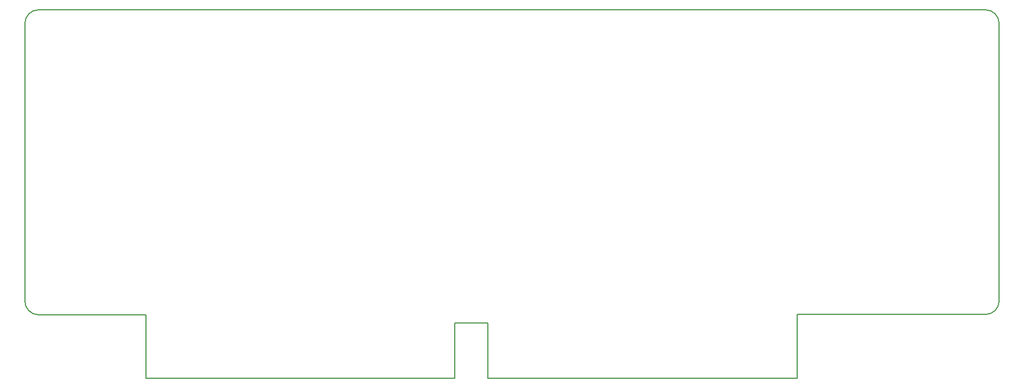
<source format=gbr>
G04 #@! TF.GenerationSoftware,KiCad,Pcbnew,5.1.9-73d0e3b20d~88~ubuntu20.10.1*
G04 #@! TF.CreationDate,2021-04-11T18:11:58+01:00*
G04 #@! TF.ProjectId,videoslotadapter,76696465-6f73-46c6-9f74-616461707465,rev?*
G04 #@! TF.SameCoordinates,Original*
G04 #@! TF.FileFunction,Profile,NP*
%FSLAX46Y46*%
G04 Gerber Fmt 4.6, Leading zero omitted, Abs format (unit mm)*
G04 Created by KiCad (PCBNEW 5.1.9-73d0e3b20d~88~ubuntu20.10.1) date 2021-04-11 18:11:58*
%MOMM*%
%LPD*%
G01*
G04 APERTURE LIST*
G04 #@! TA.AperFunction,Profile*
%ADD10C,0.150000*%
G04 #@! TD*
G04 APERTURE END LIST*
D10*
X243674900Y-104932480D02*
G75*
G02*
X241515900Y-107091480I-2159000J0D01*
G01*
X93822520Y-107137200D02*
G75*
G02*
X91663520Y-104978200I0J2159000D01*
G01*
X91668600Y-61628020D02*
G75*
G02*
X93827600Y-59469020I2159000J0D01*
G01*
X241520980Y-59474100D02*
G75*
G02*
X243679980Y-61633100I0J-2159000D01*
G01*
X163885880Y-108404660D02*
X163885880Y-117050820D01*
X163885880Y-117050820D02*
X212138260Y-117050820D01*
X158762700Y-108404660D02*
X163885880Y-108404660D01*
X243674900Y-104932480D02*
X243679980Y-61633100D01*
X110543340Y-117050820D02*
X158762700Y-117050820D01*
X93827600Y-59469020D02*
X241520980Y-59474100D01*
X158762700Y-117050820D02*
X158762700Y-108404660D01*
X110543340Y-117050820D02*
X110543340Y-107134660D01*
X212138260Y-107091480D02*
X212138260Y-117050820D01*
X110543340Y-107134660D02*
X93822520Y-107137200D01*
X91663520Y-104978200D02*
X91668600Y-61628020D01*
X212135720Y-107091480D02*
X241515900Y-107091480D01*
M02*

</source>
